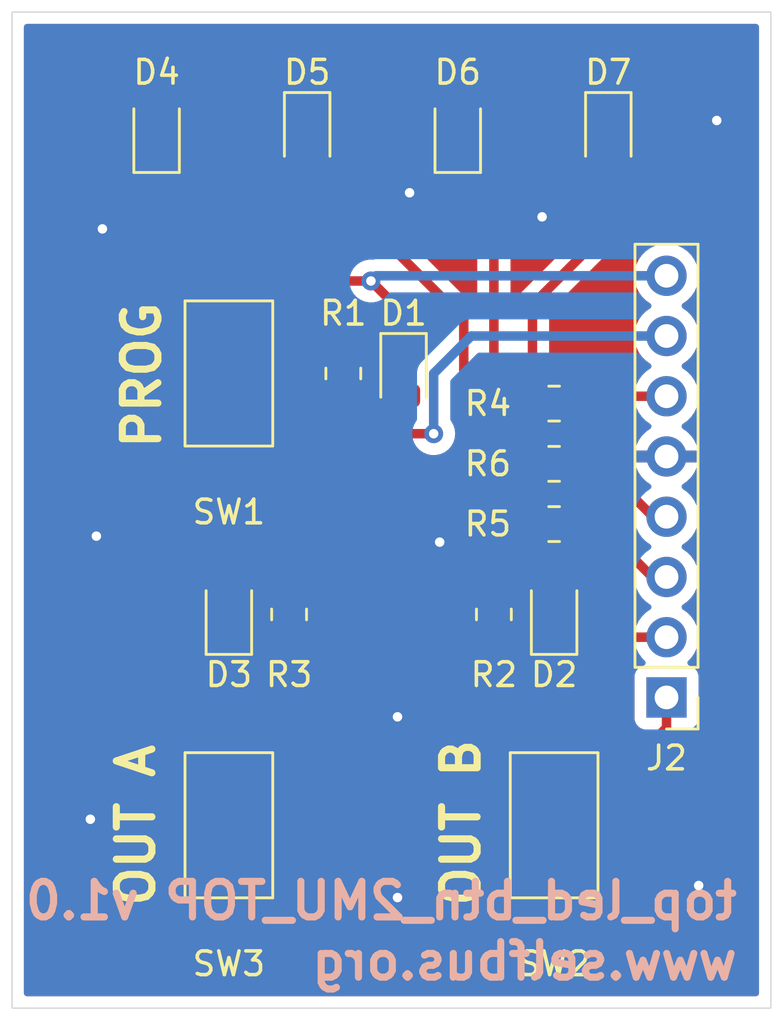
<source format=kicad_pcb>
(kicad_pcb (version 20240108) (generator "pcbnew") (generator_version "8.0")
  (layers (0 "F.Cu" signal) (31 "B.Cu" signal) (34 "B.Paste" user) (35 "F.Paste" user) (36 "B.SilkS" user "B.Silkscreen") (37 "F.SilkS" user "F.Silkscreen") (38 "B.Mask" user) (39 "F.Mask" user) (44 "Edge.Cuts" user))
  (net 0 "")
  (net 1 "Net-(D1-A)")
  (net 2 "Net-(D1-K)")
  (net 3 "Net-(D2-A)")
  (net 4 "Net-(D2-K)")
  (net 5 "Net-(D3-K)")
  (net 6 "Net-(D3-A)")
  (net 7 "Net-(D4-A)")
  (net 8 "Net-(D4-K)")
  (net 9 "Net-(D6-K)")
  (net 10 "Net-(J2-Pin_4)")
  (net 11 "GND")
  (net 12 "Net-(J2-Pin_6)")
  (net 13 "+3V3")
  (net 14 "Net-(J2-Pin_3)")
  (footprint "LED_SMD:LED_0805_2012Metric" (layer "F.Cu") (at 117.856 78.74 90)
    (property "Reference" "D6" (at 2.54 0 0) (layer "F.SilkS"))
    (property "Value" "LED_IN3")
    (fp_line (start 1 -0.96) (end -1.685 -0.96) (stroke (width 0.12)) (layer "F.SilkS"))
    (fp_line (start -1.685 -0.96) (end -1.685 0.96) (stroke (width 0.12)) (layer "F.SilkS"))
    (fp_line (start -1.685 0.96) (end 1 0.96) (stroke (width 0.12)) (layer "F.SilkS"))
    (pad "1" smd roundrect (at -0.9375 0 90) (size 0.975 1.4) (layers "F.Cu" "F.Paste" "F.Mask") (net 9 "Net-(D6-K)"))
    (pad "2" smd roundrect (at 0.9375 0 90) (size 0.975 1.4) (layers "F.Cu" "F.Paste" "F.Mask") (net 7 "Net-(D4-A)"))
  )
  (footprint "LED_SMD:LED_0805_2012Metric" (layer "F.Cu") (at 115.57 88.9 -90)
    (property "Reference" "D1" (at -2.54 0 180) (layer "F.SilkS"))
    (property "Value" "LED_PROG")
    (fp_line (start -1.685 0.96) (end 1 0.96) (stroke (width 0.12)) (layer "F.SilkS"))
    (fp_line (start -1.685 -0.96) (end -1.685 0.96) (stroke (width 0.12)) (layer "F.SilkS"))
    (fp_line (start 1 -0.96) (end -1.685 -0.96) (stroke (width 0.12)) (layer "F.SilkS"))
    (pad "1" smd roundrect (at -0.9375 0 270) (size 0.975 1.4) (layers "F.Cu" "F.Paste" "F.Mask") (net 2 "Net-(D1-K)"))
    (pad "2" smd roundrect (at 0.9375 0 270) (size 0.975 1.4) (layers "F.Cu" "F.Paste" "F.Mask") (net 1 "Net-(D1-A)"))
  )
  (footprint "Button_Switch_SMD:SW_SPST_CK_RS282G05A3" (layer "F.Cu") (at 108.204 107.95 90)
    (property "Reference" "SW3" (at -5.842 0 0) (layer "F.SilkS"))
    (property "Value" "SW_OUTB")
    (fp_line (start 3.06 -1.85) (end 3.06 1.85) (stroke (width 0.12)) (layer "F.SilkS"))
    (fp_line (start -3.06 -1.85) (end 3.06 -1.85) (stroke (width 0.12)) (layer "F.SilkS"))
    (fp_line (start 3.06 1.85) (end -3.06 1.85) (stroke (width 0.12)) (layer "F.SilkS"))
    (fp_line (start -3.06 1.85) (end -3.06 -1.85) (stroke (width 0.12)) (layer "F.SilkS"))
    (pad "1" smd rect (at -3.9 0 90) (size 1.5 1.5) (layers "F.Cu" "F.Paste" "F.Mask") (net 11 "GND"))
    (pad "2" smd rect (at 3.9 0 90) (size 1.5 1.5) (layers "F.Cu" "F.Paste" "F.Mask") (net 5 "Net-(D3-K)"))
  )
  (footprint "LED_SMD:LED_0805_2012Metric" (layer "F.Cu") (at 124.206 78.74 -90)
    (property "Reference" "D7" (at -2.54 0 180) (layer "F.SilkS"))
    (property "Value" "LED_IN4")
    (fp_line (start -1.685 0.96) (end 1 0.96) (stroke (width 0.12)) (layer "F.SilkS"))
    (fp_line (start -1.685 -0.96) (end -1.685 0.96) (stroke (width 0.12)) (layer "F.SilkS"))
    (fp_line (start 1 -0.96) (end -1.685 -0.96) (stroke (width 0.12)) (layer "F.SilkS"))
    (pad "1" smd roundrect (at -0.9375 0 270) (size 0.975 1.4) (layers "F.Cu" "F.Paste" "F.Mask") (net 7 "Net-(D4-A)"))
    (pad "2" smd roundrect (at 0.9375 0 270) (size 0.975 1.4) (layers "F.Cu" "F.Paste" "F.Mask") (net 9 "Net-(D6-K)"))
  )
  (footprint "Resistor_SMD:R_0805_2012Metric" (layer "F.Cu") (at 110.744 99.06 90)
    (property "Reference" "R3" (at -2.54 0 0) (layer "F.SilkS"))
    (property "Value" "1k")
    (fp_line (start -0.227064 -0.735) (end 0.227064 -0.735) (stroke (width 0.12)) (layer "F.SilkS"))
    (fp_line (start -0.227064 0.735) (end 0.227064 0.735) (stroke (width 0.12)) (layer "F.SilkS"))
    (pad "1" smd roundrect (at -0.9125 0 90) (size 1.025 1.4) (layers "F.Cu" "F.Paste" "F.Mask") (roundrect_rratio 0.243902) (net 13 "+3V3"))
    (pad "2" smd roundrect (at 0.9125 0 90) (size 1.025 1.4) (layers "F.Cu" "F.Paste" "F.Mask") (roundrect_rratio 0.243902) (net 6 "Net-(D3-A)"))
  )
  (footprint "Resistor_SMD:R_0805_2012Metric" (layer "F.Cu") (at 121.92 90.17)
    (property "Reference" "R4" (at -2.794 0 180) (layer "F.SilkS"))
    (property "Value" "470")
    (fp_line (start -0.227064 -0.735) (end 0.227064 -0.735) (stroke (width 0.12)) (layer "F.SilkS"))
    (fp_line (start -0.227064 0.735) (end 0.227064 0.735) (stroke (width 0.12)) (layer "F.SilkS"))
    (pad "1" smd roundrect (at -0.9125 0) (size 1.025 1.4) (layers "F.Cu" "F.Paste" "F.Mask") (roundrect_rratio 0.243902) (net 7 "Net-(D4-A)"))
    (pad "2" smd roundrect (at 0.9125 0) (size 1.025 1.4) (layers "F.Cu" "F.Paste" "F.Mask") (roundrect_rratio 0.243902) (net 12 "Net-(J2-Pin_6)"))
  )
  (footprint "Resistor_SMD:R_0805_2012Metric" (layer "F.Cu") (at 113.03 88.9 90)
    (property "Reference" "R1" (at 2.54 0 0) (layer "F.SilkS"))
    (property "Value" "1k")
    (fp_line (start -0.227064 -0.735) (end 0.227064 -0.735) (stroke (width 0.12)) (layer "F.SilkS"))
    (fp_line (start -0.227064 0.735) (end 0.227064 0.735) (stroke (width 0.12)) (layer "F.SilkS"))
    (pad "1" smd roundrect (at -0.9125 0 90) (size 1.025 1.4) (layers "F.Cu" "F.Paste" "F.Mask") (roundrect_rratio 0.243902) (net 13 "+3V3"))
    (pad "2" smd roundrect (at 0.9125 0 90) (size 1.025 1.4) (layers "F.Cu" "F.Paste" "F.Mask") (roundrect_rratio 0.243902) (net 1 "Net-(D1-A)"))
  )
  (footprint "Resistor_SMD:R_0805_2012Metric" (layer "F.Cu") (at 119.38 99.06 90)
    (property "Reference" "R2" (at -2.54 0 0) (layer "F.SilkS"))
    (property "Value" "1k")
    (fp_line (start -0.227064 -0.735) (end 0.227064 -0.735) (stroke (width 0.12)) (layer "F.SilkS"))
    (fp_line (start -0.227064 0.735) (end 0.227064 0.735) (stroke (width 0.12)) (layer "F.SilkS"))
    (pad "1" smd roundrect (at -0.9125 0 90) (size 1.025 1.4) (layers "F.Cu" "F.Paste" "F.Mask") (roundrect_rratio 0.243902) (net 13 "+3V3"))
    (pad "2" smd roundrect (at 0.9125 0 90) (size 1.025 1.4) (layers "F.Cu" "F.Paste" "F.Mask") (roundrect_rratio 0.243902) (net 3 "Net-(D2-A)"))
  )
  (footprint "Resistor_SMD:R_0805_2012Metric" (layer "F.Cu") (at 121.92 95.25 180)
    (property "Reference" "R5" (at 2.794 0 180) (layer "F.SilkS"))
    (property "Value" "470")
    (fp_line (start -0.227064 0.735) (end 0.227064 0.735) (stroke (width 0.12)) (layer "F.SilkS"))
    (fp_line (start -0.227064 -0.735) (end 0.227064 -0.735) (stroke (width 0.12)) (layer "F.SilkS"))
    (pad "1" smd roundrect (at -0.9125 0 180) (size 1.025 1.4) (layers "F.Cu" "F.Paste" "F.Mask") (roundrect_rratio 0.243902) (net 14 "Net-(J2-Pin_3)"))
    (pad "2" smd roundrect (at 0.9125 0 180) (size 1.025 1.4) (layers "F.Cu" "F.Paste" "F.Mask") (roundrect_rratio 0.243902) (net 8 "Net-(D4-K)"))
  )
  (footprint "Button_Switch_SMD:SW_SPST_CK_RS282G05A3" (layer "F.Cu") (at 108.204 88.9 90)
    (property "Reference" "SW1" (at -5.842 0 0) (layer "F.SilkS"))
    (property "Value" "SW_PROG")
    (fp_line (start 3.06 -1.85) (end 3.06 1.85) (stroke (width 0.12)) (layer "F.SilkS"))
    (fp_line (start -3.06 -1.85) (end 3.06 -1.85) (stroke (width 0.12)) (layer "F.SilkS"))
    (fp_line (start 3.06 1.85) (end -3.06 1.85) (stroke (width 0.12)) (layer "F.SilkS"))
    (fp_line (start -3.06 1.85) (end -3.06 -1.85) (stroke (width 0.12)) (layer "F.SilkS"))
    (pad "1" smd rect (at -3.9 0 90) (size 1.5 1.5) (layers "F.Cu" "F.Paste" "F.Mask") (net 11 "GND"))
    (pad "2" smd rect (at 3.9 0 90) (size 1.5 1.5) (layers "F.Cu" "F.Paste" "F.Mask") (net 2 "Net-(D1-K)"))
  )
  (footprint "LED_SMD:LED_0805_2012Metric" (layer "F.Cu") (at 111.506 78.74 -90)
    (property "Reference" "D5" (at -2.54 0 180) (layer "F.SilkS"))
    (property "Value" "LED_IN2")
    (fp_line (start -1.685 0.96) (end 1 0.96) (stroke (width 0.12)) (layer "F.SilkS"))
    (fp_line (start -1.685 -0.96) (end -1.685 0.96) (stroke (width 0.12)) (layer "F.SilkS"))
    (fp_line (start 1 -0.96) (end -1.685 -0.96) (stroke (width 0.12)) (layer "F.SilkS"))
    (pad "1" smd roundrect (at -0.9375 0 270) (size 0.975 1.4) (layers "F.Cu" "F.Paste" "F.Mask") (net 7 "Net-(D4-A)"))
    (pad "2" smd roundrect (at 0.9375 0 270) (size 0.975 1.4) (layers "F.Cu" "F.Paste" "F.Mask") (net 8 "Net-(D4-K)"))
  )
  (footprint "Resistor_SMD:R_0805_2012Metric" (layer "F.Cu") (at 121.92 92.71)
    (property "Reference" "R6" (at -2.794 0 0) (layer "F.SilkS"))
    (property "Value" "470")
    (fp_line (start -0.227064 -0.735) (end 0.227064 -0.735) (stroke (width 0.12)) (layer "F.SilkS"))
    (fp_line (start -0.227064 0.735) (end 0.227064 0.735) (stroke (width 0.12)) (layer "F.SilkS"))
    (pad "1" smd roundrect (at -0.9125 0) (size 1.025 1.4) (layers "F.Cu" "F.Paste" "F.Mask") (roundrect_rratio 0.243902) (net 9 "Net-(D6-K)"))
    (pad "2" smd roundrect (at 0.9125 0) (size 1.025 1.4) (layers "F.Cu" "F.Paste" "F.Mask") (roundrect_rratio 0.243902) (net 10 "Net-(J2-Pin_4)"))
  )
  (footprint "Button_Switch_SMD:SW_SPST_CK_RS282G05A3" (layer "F.Cu") (at 121.92 107.95 90)
    (property "Reference" "SW2" (at -5.842 0 0) (layer "F.SilkS"))
    (property "Value" "SW_OUTA")
    (fp_line (start 3.06 -1.85) (end 3.06 1.85) (stroke (width 0.12)) (layer "F.SilkS"))
    (fp_line (start -3.06 -1.85) (end 3.06 -1.85) (stroke (width 0.12)) (layer "F.SilkS"))
    (fp_line (start 3.06 1.85) (end -3.06 1.85) (stroke (width 0.12)) (layer "F.SilkS"))
    (fp_line (start -3.06 1.85) (end -3.06 -1.85) (stroke (width 0.12)) (layer "F.SilkS"))
    (pad "1" smd rect (at -3.9 0 90) (size 1.5 1.5) (layers "F.Cu" "F.Paste" "F.Mask") (net 11 "GND"))
    (pad "2" smd rect (at 3.9 0 90) (size 1.5 1.5) (layers "F.Cu" "F.Paste" "F.Mask") (net 4 "Net-(D2-K)"))
  )
  (footprint "LED_SMD:LED_0805_2012Metric" (layer "F.Cu") (at 121.92 99.06 90)
    (property "Reference" "D2" (at -2.54 0 0) (layer "F.SilkS"))
    (property "Value" "LED_OUTA")
    (fp_line (start 1 -0.96) (end -1.685 -0.96) (stroke (width 0.12)) (layer "F.SilkS"))
    (fp_line (start -1.685 -0.96) (end -1.685 0.96) (stroke (width 0.12)) (layer "F.SilkS"))
    (fp_line (start -1.685 0.96) (end 1 0.96) (stroke (width 0.12)) (layer "F.SilkS"))
    (pad "1" smd roundrect (at -0.9375 0 90) (size 0.975 1.4) (layers "F.Cu" "F.Paste" "F.Mask") (net 4 "Net-(D2-K)"))
    (pad "2" smd roundrect (at 0.9375 0 90) (size 0.975 1.4) (layers "F.Cu" "F.Paste" "F.Mask") (net 3 "Net-(D2-A)"))
  )
  (footprint "Connector_PinHeader_2.54mm:PinHeader_1x08_P2.54mm_Vertical" (layer "F.Cu") (at 126.66 102.56 180)
    (property "Reference" "J2" (at 0 -2.555 180) (layer "F.SilkS"))
    (property "Value" "Conn_01x08_Pin")
    (fp_line (start 1.33 1.27) (end 1.33 19.11) (stroke (width 0.12)) (layer "F.SilkS"))
    (fp_line (start -1.33 19.11) (end 1.33 19.11) (stroke (width 0.12)) (layer "F.SilkS"))
    (fp_line (start -1.33 1.27) (end 1.33 1.27) (stroke (width 0.12)) (layer "F.SilkS"))
    (fp_line (start -1.33 1.27) (end -1.33 19.11) (stroke (width 0.12)) (layer "F.SilkS"))
    (fp_line (start -1.33 0) (end -1.33 -1.33) (stroke (width 0.12)) (layer "F.SilkS"))
    (fp_line (start -1.33 -1.33) (end 0 -1.33) (stroke (width 0.12)) (layer "F.SilkS"))
    (pad "1" thru_hole rect (at 0 0 180) (size 1.7 1.7) (drill 1) (layers "*.Cu" "*.Mask") (net 5 "Net-(D3-K)"))
    (pad "2" thru_hole oval (at 0 2.54 180) (size 1.7 1.7) (drill 1) (layers "*.Cu" "*.Mask") (net 4 "Net-(D2-K)"))
    (pad "3" thru_hole oval (at 0 5.08 180) (size 1.7 1.7) (drill 1) (layers "*.Cu" "*.Mask") (net 14 "Net-(J2-Pin_3)"))
    (pad "4" thru_hole oval (at 0 7.62 180) (size 1.7 1.7) (drill 1) (layers "*.Cu" "*.Mask") (net 10 "Net-(J2-Pin_4)"))
    (pad "5" thru_hole oval (at 0 10.16 180) (size 1.7 1.7) (drill 1) (layers "*.Cu" "*.Mask") (net 11 "GND"))
    (pad "6" thru_hole oval (at 0 12.7 180) (size 1.7 1.7) (drill 1) (layers "*.Cu" "*.Mask") (net 12 "Net-(J2-Pin_6)"))
    (pad "7" thru_hole oval (at 0 15.24 180) (size 1.7 1.7) (drill 1) (layers "*.Cu" "*.Mask") (net 13 "+3V3"))
    (pad "8" thru_hole oval (at 0 17.78 180) (size 1.7 1.7) (drill 1) (layers "*.Cu" "*.Mask") (net 2 "Net-(D1-K)"))
  )
  (footprint "LED_SMD:LED_0805_2012Metric" (layer "F.Cu") (at 105.156 78.74 90)
    (property "Reference" "D4" (at 2.54 0 0) (layer "F.SilkS"))
    (property "Value" "LED_IN1")
    (fp_line (start 1 -0.96) (end -1.685 -0.96) (stroke (width 0.12)) (layer "F.SilkS"))
    (fp_line (start -1.685 -0.96) (end -1.685 0.96) (stroke (width 0.12)) (layer "F.SilkS"))
    (fp_line (start -1.685 0.96) (end 1 0.96) (stroke (width 0.12)) (layer "F.SilkS"))
    (pad "1" smd roundrect (at -0.9375 0 90) (size 0.975 1.4) (layers "F.Cu" "F.Paste" "F.Mask") (net 8 "Net-(D4-K)"))
    (pad "2" smd roundrect (at 0.9375 0 90) (size 0.975 1.4) (layers "F.Cu" "F.Paste" "F.Mask") (net 7 "Net-(D4-A)"))
  )
  (footprint "LED_SMD:LED_0805_2012Metric" (layer "F.Cu") (at 108.204 99.06 90)
    (property "Reference" "D3" (at -2.54 0 0) (layer "F.SilkS"))
    (property "Value" "LED_OUTB")
    (fp_line (start 1 -0.96) (end -1.685 -0.96) (stroke (width 0.12)) (layer "F.SilkS"))
    (fp_line (start -1.685 -0.96) (end -1.685 0.96) (stroke (width 0.12)) (layer "F.SilkS"))
    (fp_line (start -1.685 0.96) (end 1 0.96) (stroke (width 0.12)) (layer "F.SilkS"))
    (pad "1" smd roundrect (at -0.9375 0 90) (size 0.975 1.4) (layers "F.Cu" "F.Paste" "F.Mask") (net 5 "Net-(D3-K)"))
    (pad "2" smd roundrect (at 0.9375 0 90) (size 0.975 1.4) (layers "F.Cu" "F.Paste" "F.Mask") (net 6 "Net-(D3-A)"))
  )
  (gr_rect (start 99.06 73.66) (end 131.06 115.66) (stroke (width 0.05)) (fill none) (layer "Edge.Cuts"))
  (gr_text "www.selfbus.org" (at 129.794 114.554 0) (layer "B.SilkS") (effects (font (size 1.5 1.5) (thickness 0.3) (bold yes)) (justify left bottom mirror)))
  (gr_text "top_led_btn_2MU_TOP v1.0" (at 129.794 112.014 0) (layer "B.SilkS") (effects (font (size 1.5 1.5) (thickness 0.3) (bold yes)) (justify left bottom mirror)))
  (gr_text "PROG" (at 105.41 92.202 90) (layer "F.SilkS") (effects (font (size 1.5 1.5) (thickness 0.3) (bold yes)) (justify left bottom)))
  (gr_text "OUT B" (at 118.872 111.506 90) (layer "F.SilkS") (effects (font (size 1.5 1.5) (thickness 0.3) (bold yes)) (justify left bottom)))
  (gr_text "OUT A" (at 105.156 111.506 90) (layer "F.SilkS") (effects (font (size 1.5 1.5) (thickness 0.3) (bold yes)) (justify left bottom)))
  (segment (start 115.40375 89.8375) (end 115.57 89.8375) (width 0.4) (layer "F.Cu") (net 1))
  (segment (start 113.55375 87.9875) (end 115.40375 89.8375) (width 0.4) (layer "F.Cu") (net 1))
  (segment (start 113.03 87.9875) (end 113.55375 87.9875) (width 0.4) (layer "F.Cu") (net 1))
  (segment (start 115.57 86.375) (end 115.57 87.9625) (width 0.4) (layer "F.Cu") (net 2))
  (segment (start 114.195 85) (end 108.204 85) (width 0.4) (layer "F.Cu") (net 2))
  (segment (start 114.2925 85.0975) (end 115.57 86.375) (width 0.4) (layer "F.Cu") (net 2))
  (segment (start 114.2925 85.0975) (end 114.195 85) (width 0.4) (layer "F.Cu") (net 2))
  (via (at 114.195 85) (size 0.8) (drill 0.4) (layers "F.Cu" "B.Cu") (net 2))
  (segment (start 114.195 85) (end 114.415 84.78) (width 0.4) (layer "B.Cu") (net 2))
  (segment (start 114.415 84.78) (end 126.66 84.78) (width 0.4) (layer "B.Cu") (net 2))
  (segment (start 119.38 98.1475) (end 121.895 98.1475) (width 0.4) (layer "F.Cu") (net 3))
  (segment (start 121.895 98.1475) (end 121.92 98.1225) (width 0.4) (layer "F.Cu") (net 3))
  (segment (start 121.9425 100.02) (end 121.92 99.9975) (width 0.4) (layer "F.Cu") (net 4))
  (segment (start 121.92 104.05) (end 121.92 99.9975) (width 0.4) (layer "F.Cu") (net 4))
  (segment (start 126.66 100.02) (end 121.9425 100.02) (width 0.4) (layer "F.Cu") (net 4))
  (segment (start 109.855 106.68) (end 123.8175 106.68) (width 0.4) (layer "F.Cu") (net 5))
  (segment (start 123.8175 106.68) (end 126.66 103.8375) (width 0.4) (layer "F.Cu") (net 5))
  (segment (start 126.66 103.8375) (end 126.66 102.56) (width 0.4) (layer "F.Cu") (net 5))
  (segment (start 108.204 104.05) (end 108.204 99.9975) (width 0.4) (layer "F.Cu") (net 5))
  (segment (start 108.204 105.029) (end 109.855 106.68) (width 0.4) (layer "F.Cu") (net 5))
  (segment (start 108.204 104.05) (end 108.204 105.029) (width 0.4) (layer "F.Cu") (net 5))
  (segment (start 108.204 98.1225) (end 110.719 98.1225) (width 0.4) (layer "F.Cu") (net 6))
  (segment (start 110.719 98.1225) (end 110.744 98.1475) (width 0.4) (layer "F.Cu") (net 6))
  (segment (start 125.73 81.28) (end 125.73 78.74) (width 0.4) (layer "F.Cu") (net 7))
  (segment (start 117.856 77.8025) (end 124.206 77.8025) (width 0.4) (layer "F.Cu") (net 7))
  (segment (start 111.506 77.8025) (end 117.856 77.8025) (width 0.4) (layer "F.Cu") (net 7))
  (segment (start 125.73 78.74) (end 124.7925 77.8025) (width 0.4) (layer "F.Cu") (net 7))
  (segment (start 105.156 77.8025) (end 111.506 77.8025) (width 0.4) (layer "F.Cu") (net 7))
  (segment (start 121.0075 90.17) (end 121.0075 86.0025) (width 0.4) (layer "F.Cu") (net 7))
  (segment (start 124.7925 77.8025) (end 124.206 77.8025) (width 0.4) (layer "F.Cu") (net 7))
  (segment (start 121.0075 86.0025) (end 125.73 81.28) (width 0.4) (layer "F.Cu") (net 7))
  (segment (start 118.11 93.345) (end 120.015 95.25) (width 0.4) (layer "F.Cu") (net 8))
  (segment (start 111.506 79.6775) (end 111.506 80.01) (width 0.4) (layer "F.Cu") (net 8))
  (segment (start 118.11 86.614) (end 118.11 93.345) (width 0.4) (layer "F.Cu") (net 8))
  (segment (start 111.506 80.01) (end 118.11 86.614) (width 0.4) (layer "F.Cu") (net 8))
  (segment (start 120.015 95.25) (end 121.0075 95.25) (width 0.4) (layer "F.Cu") (net 8))
  (segment (start 105.156 79.6775) (end 111.506 79.6775) (width 0.4) (layer "F.Cu") (net 8))
  (segment (start 124.206 79.6775) (end 119.38 79.6775) (width 0.4) (layer "F.Cu") (net 9))
  (segment (start 119.38 91.44) (end 120.65 92.71) (width 0.4) (layer "F.Cu") (net 9))
  (segment (start 120.65 92.71) (end 121.0075 92.71) (width 0.4) (layer "F.Cu") (net 9))
  (segment (start 119.38 79.6775) (end 119.38 91.44) (width 0.4) (layer "F.Cu") (net 9))
  (segment (start 117.856 79.6775) (end 124.206 79.6775) (width 0.4) (layer "F.Cu") (net 9))
  (segment (start 126.089688 94.94) (end 123.859688 92.71) (width 0.4) (layer "F.Cu") (net 10))
  (segment (start 126.66 94.94) (end 126.089688 94.94) (width 0.4) (layer "F.Cu") (net 10))
  (segment (start 123.859688 92.71) (end 122.8325 92.71) (width 0.4) (layer "F.Cu") (net 10))
  (via (at 128.016 110.49) (size 0.8) (drill 0.4) (layers "F.Cu" "B.Cu") (net 11))
  (via (at 115.316 110.998) (size 0.8) (drill 0.4) (layers "F.Cu" "B.Cu") (net 11))
  (via (at 102.362 107.696) (size 0.8) (drill 0.4) (layers "F.Cu" "B.Cu") (net 11))
  (via (at 121.412 82.296) (size 0.8) (drill 0.4) (layers "F.Cu" "B.Cu") (net 11))
  (via (at 115.824 81.28) (size 0.8) (drill 0.4) (layers "F.Cu" "B.Cu") (net 11))
  (via (at 128.778 78.232) (size 0.8) (drill 0.4) (layers "F.Cu" "B.Cu") (net 11))
  (via (at 102.87 82.804) (size 0.8) (drill 0.4) (layers "F.Cu" "B.Cu") (net 11))
  (via (at 117.094 96.012) (size 0.8) (drill 0.4) (layers "F.Cu" "B.Cu") (net 11))
  (via (at 102.616 95.758) (size 0.8) (drill 0.4) (layers "F.Cu" "B.Cu") (net 11))
  (via (at 115.316 103.378) (size 0.8) (drill 0.4) (layers "F.Cu" "B.Cu") (net 11))
  (segment (start 123.1425 89.86) (end 126.66 89.86) (width 0.4) (layer "F.Cu") (net 12))
  (segment (start 122.8325 90.17) (end 123.1425 89.86) (width 0.4) (layer "F.Cu") (net 12))
  (segment (start 116.84 91.44) (end 114.6575 91.44) (width 0.4) (layer "F.Cu") (net 13))
  (segment (start 115.9275 99.9725) (end 114.6575 99.9725) (width 0.4) (layer "F.Cu") (net 13))
  (segment (start 110.744 99.9725) (end 115.9275 99.9725) (width 0.4) (layer "F.Cu") (net 13))
  (segment (start 114.6575 99.9725) (end 114.6575 91.44) (width 0.4) (layer "F.Cu") (net 13))
  (segment (start 114.6575 91.44) (end 113.03 89.8125) (width 0.4) (layer "F.Cu") (net 13))
  (segment (start 119.38 99.9725) (end 115.9275 99.9725) (width 0.4) (layer "F.Cu") (net 13))
  (via (at 116.84 91.44) (size 0.8) (drill 0.4) (layers "F.Cu" "B.Cu") (net 13))
  (segment (start 116.84 88.9) (end 118.42 87.32) (width 0.4) (layer "B.Cu") (net 13))
  (segment (start 118.42 87.32) (end 126.66 87.32) (width 0.4) (layer "B.Cu") (net 13))
  (segment (start 116.84 91.44) (end 116.84 88.9) (width 0.4) (layer "B.Cu") (net 13))
  (segment (start 126.66 97.48) (end 126.055 97.48) (width 0.4) (layer "F.Cu") (net 14))
  (segment (start 123.825 95.25) (end 122.8325 95.25) (width 0.4) (layer "F.Cu") (net 14))
  (segment (start 126.055 97.48) (end 123.825 95.25) (width 0.4) (layer "F.Cu") (net 14))
  (zone (net 11) (net_name "GND") (layers "F&B.Cu") (connect_pads (clearance 0.5)) (min_thickness 0.25) (fill yes (thermal_gap 0.5) (thermal_bridge_width 0.5))
    (polygon (pts (xy 98.552 73.152) (xy 131.572 73.152) (xy 131.572 116.332) (xy 98.552 116.332)))
  )
)
</source>
